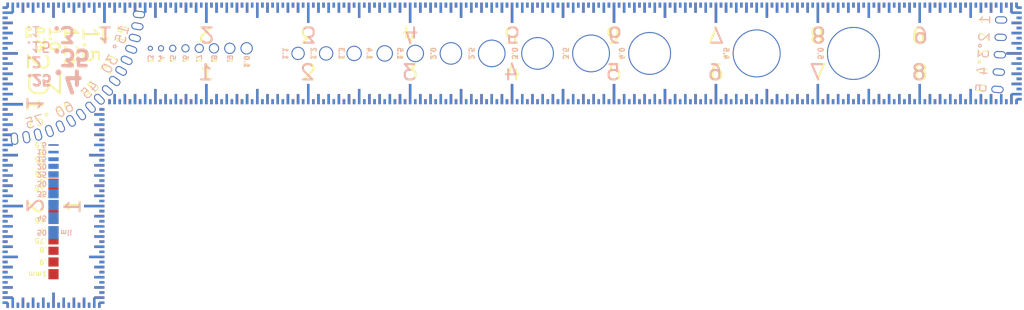
<source format=kicad_pcb>
(kicad_pcb (version 20221018) (generator pcbnew)
  (layers (0 "F.Cu" signal) (31 "B.Cu" signal) (34 "B.Paste" user) (35 "F.Paste" user) (36 "B.SilkS" user "B.Silkscreen") (37 "F.SilkS" user "F.Silkscreen") (38 "B.Mask" user) (39 "F.Mask" user) (44 "Edge.Cuts" user))
  (net 0 "")
  (footprint "Library:9.5mm" (layer "F.Cu") (at 50 60 90)
    (fp_text reference "Ref**" hide)
    (fp_text value "Val**" hide)
  )
  (footprint "Library:protractor_1deg" (layer "F.Cu") (at 50 50)
    (fp_text reference "REF**" hide)
    (fp_text value "protractor" hide)
  )
  (footprint "Library:protractor_5deg" (layer "F.Cu") (at 50 50)
    (fp_text reference "REF**" hide)
    (fp_text value "protractor" hide)
  )
  (footprint "Library:1cm" (layer "F.Cu") (at 100 60 180)
    (fp_text reference "Ref**" hide)
    (fp_text value "Val**" hide)
  )
  (footprint "Library:9.5mm" (layer "F.Cu") (at 60 80 180)
    (fp_text reference "Ref**" hide)
    (fp_text value "Val**" hide)
  )
  (footprint "Library:1cm" (layer "F.Cu") (at 130 60 180)
    (fp_text reference "Ref**" hide)
    (fp_text value "Val**" hide)
  )
  (footprint "Library:1cm" (layer "F.Cu") (at 90 60 180)
    (fp_text reference "Ref**" hide)
    (fp_text value "Val**" hide)
  )
  (footprint "Library:1cm" (layer "F.Cu") (at 50 80 90)
    (fp_text reference "Ref**" hide)
    (fp_text value "Val**" hide)
  )
  (footprint "Library:9.5mm" (layer "F.Cu") (at 150 50 -90)
    (fp_text reference "Ref**" hide)
    (fp_text value "Val**" hide)
  )
  (footprint "Library:1cm" (layer "F.Cu") (at 60 50)
    (fp_text reference "Ref**" hide)
    (fp_text value "Val**" hide)
  )
  (footprint "Library:1cm" (layer "F.Cu") (at 150 60 180)
    (fp_text reference "Ref**" hide)
    (fp_text value "Val**" hide)
  )
  (footprint "Library:1cm" (layer "F.Cu") (at 140 60 180)
    (fp_text reference "Ref**" hide)
    (fp_text value "Val**" hide)
  )
  (footprint "Library:1cm" (layer "F.Cu") (at 110 60 180)
    (fp_text reference "Ref**" hide)
    (fp_text value "Val**" hide)
  )
  (footprint "Library:1cm" (layer "F.Cu") (at 110 50)
    (fp_text reference "Ref**" hide)
    (fp_text value "Val**" hide)
  )
  (footprint "Library:hole_gauge_0.3_1.0mm" (layer "F.Cu") (at 64.5 54.5)
    (fp_text reference "REF**" hide)
    (fp_text value "hole_gauge" hide)
  )
  (footprint "Library:1cm" (layer "F.Cu") (at 80 50)
    (fp_text reference "Ref**" hide)
    (fp_text value "Val**" hide)
  )
  (footprint "Library:1cm" (layer "F.Cu") (at 120 60 180)
    (fp_text reference "Ref**" hide)
    (fp_text value "Val**" hide)
  )
  (footprint "Library:1cm" (layer "F.Cu") (at 50 70 90)
    (fp_text reference "Ref**" hide)
    (fp_text value "Val**" hide)
  )
  (footprint "Library:1cm" (layer "F.Cu") (at 90 50)
    (fp_text reference "Ref**" hide)
    (fp_text value "Val**" hide)
  )
  (footprint "Library:1cm" (layer "F.Cu") (at 130 50)
    (fp_text reference "Ref**" hide)
    (fp_text value "Val**" hide)
  )
  (footprint "Library:1cm" (layer "F.Cu") (at 120 50)
    (fp_text reference "Ref**" hide)
    (fp_text value "Val**" hide)
  )
  (footprint "Library:9.5mm" (layer "F.Cu") (at 70 60 180)
    (fp_text reference "Ref**" hide)
    (fp_text value "Val**" hide)
  )
  (footprint "Library:1cm" (layer "F.Cu") (at 60 60 -90)
    (fp_text reference "Ref**" hide)
    (fp_text value "Val**" hide)
  )
  (footprint "Library:1cm" (layer "F.Cu") (at 70 50)
    (fp_text reference "Ref**" hide)
    (fp_text value "Val**" hide)
  )
  (footprint "Library:9.5mm" (layer "F.Cu") (at 140 50)
    (fp_text reference "Ref**" hide)
    (fp_text value "Val**" hide)
  )
  (footprint "Library:trace_gauge_0.15_1mm" (layer "F.Cu") (at 55 64 180)
    (fp_text reference "REF**" hide)
    (fp_text value "trace_gauge_0.15_1mm" hide)
  )
  (footprint "Library:1cm" (layer "F.Cu") (at 80 60 180)
    (fp_text reference "Ref**" hide)
    (fp_text value "Val**" hide)
  )
  (footprint "Library:9.5mm" (layer "F.Cu") (at 60 70 -90)
    (fp_text reference "Ref**" hide)
    (fp_text value "Val**" hide)
  )
  (footprint "Library:hole_gauge_1.1_5.0mm" (layer "F.Cu") (at 79 55)
    (fp_text reference "REF**" hide)
    (fp_text value "hole_gauge_1.1_5.0mm" hide)
  )
  (footprint "Library:1cm" (layer "F.Cu") (at 100 50)
    (fp_text reference "Ref**" hide)
    (fp_text value "Val**" hide)
  )
  (footprint "Library:1cm" (layer "F.Cu") (at 50 50)
    (fp_text reference "Ref**" hide)
    (fp_text value "Val**" hide)
  )
  (footprint "Library:1cm" (layer "B.Cu") (at 80 60)
    (fp_text reference "Ref**" hide)
    (fp_text value "Val**" hide)
  )
  (footprint "Library:trace_gauge_15_50mil" (layer "B.Cu") (at 55 64)
    (fp_text reference "REF**" hide)
    (fp_text value "trace_gauge_15_50mil" hide)
  )
  (footprint "Library:1cm" (layer "B.Cu") (at 90 60)
    (fp_text reference "Ref**" hide)
    (fp_text value "Val**" hide)
  )
  (footprint "Library:1cm" (layer "B.Cu") (at 70 50 180)
    (fp_text reference "Ref**" hide)
    (fp_text value "Val**" hide)
  )
  (footprint "Library:1cm" (layer "B.Cu") (at 110 50 180)
    (fp_text reference "Ref**" hide)
    (fp_text value "Val**" hide)
  )
  (footprint "Library:9.5mm" (layer "B.Cu") (at 50 70 -90)
    (fp_text reference "Ref**" hide)
    (fp_text value "Val**" hide)
  )
  (footprint "Library:1cm" (layer "B.Cu") (at 100 60)
    (fp_text reference "Ref**" hide)
    (fp_text value "Val**" hide)
  )
  (footprint "Library:1cm" (layer "B.Cu") (at 90 50 180)
    (fp_text reference "Ref**" hide)
    (fp_text value "Val**" hide)
  )
  (footprint "Library:9.5mm" (layer "B.Cu") (at 150 60 90)
    (fp_text reference "Ref**" hide)
    (fp_text value "Val**" hide)
  )
  (footprint "Library:1cm" (layer "B.Cu") (at 150 50 180)
    (fp_text reference "Ref**" hide)
    (fp_text value "Val**" hide)
  )
  (footprint "Library:1cm" (layer "B.Cu") (at 50 60 -90)
    (fp_text reference "Ref**" hide)
    (fp_text value "Val**" hide)
  )
  (footprint "Library:9.5mm" (layer "B.Cu") (at 50 80)
    (fp_text reference "Ref**" hide)
    (fp_text value "Val**" hide)
  )
  (footprint "Library:9.5mm" (layer "B.Cu") (at 140 60)
    (fp_text reference "Ref**" hide)
    (fp_text value "Val**" hide)
  )
  (footprint "Library:1cm" (layer "B.Cu") (at 120 50 180)
    (fp_text reference "Ref**" hide)
    (fp_text value "Val**" hide)
  )
  (footprint "Library:1cm" (layer "B.Cu") (at 70 60)
    (fp_text reference "Ref**" hide)
    (fp_text value "Val**" hide)
  )
  (footprint "Library:1cm" (layer "B.Cu") (at 120 60)
    (fp_text reference "Ref**" hide)
    (fp_text value "Val**" hide)
  )
  (footprint "Library:9.5mm" (layer "B.Cu") (at 60 70 90)
    (fp_text reference "Ref**" hide)
    (fp_text value "Val**" hide)
  )
  (footprint "Library:1cm" (layer "B.Cu") (at 50 50 -90)
    (fp_text reference "Ref**" hide)
    (fp_text value "Val**" hide)
  )
  (footprint "Library:1cm" (layer "B.Cu") (at 140 50 180)
    (fp_text reference "Ref**" hide)
    (fp_text value "Val**" hide)
  )
  (footprint "Library:1cm" (layer "B.Cu") (at 80 50 180)
    (fp_text reference "Ref**" hide)
    (fp_text value "Val**" hide)
  )
  (footprint "Library:1cm" (layer "B.Cu") (at 60 60)
    (fp_text reference "Ref**" hide)
    (fp_text value "Val**" hide)
  )
  (footprint "Library:1cm" (layer "B.Cu") (at 110 60)
    (fp_text reference "Ref**" hide)
    (fp_text value "Val**" hide)
  )
  (footprint "Library:1cm" (layer "B.Cu") (at 130 60)
    (fp_text reference "Ref**" hide)
    (fp_text value "Val**" hide)
  )
  (footprint "Library:1cm" (layer "B.Cu") (at 130 50 180)
    (fp_text reference "Ref**" hide)
    (fp_text value "Val**" hide)
  )
  (footprint "Library:1cm" (layer "B.Cu") (at 100 50 180)
    (fp_text reference "Ref**" hide)
    (fp_text value "Val**" hide)
  )
  (footprint "Library:1cm" (layer "B.Cu") (at 60 80 90)
    (fp_text reference "Ref**" hide)
    (fp_text value "Val**" hide)
  )
  (footprint "Library:9.5mm" (layer "B.Cu") (at 60 50 180)
    (fp_text reference "Ref**" hide)
    (fp_text value "Val**" hide)
  )
  (gr_line (start 50 80) (end 50 50) (stroke (width 0.001)) (layer "Edge.Cuts"))
  (gr_line (start 60 60) (end 60 80) (stroke (width 0.001)) (layer "Edge.Cuts"))
  (gr_line (start 150 50) (end 150 60) (stroke (width 0.001)) (layer "Edge.Cuts"))
  (gr_line (start 150 60) (end 60 60) (stroke (width 0.001)) (layer "Edge.Cuts"))
  (gr_line (start 60 80) (end 50 80) (stroke (width 0.001)) (layer "Edge.Cuts"))
  (gr_line (start 50 50) (end 150 50) (stroke (width 0.001)) (layer "Edge.Cuts"))
  (gr_text ".25" (at 52.25 57 180) (layer "B.SilkS") (effects (font (size 1 1) (thickness 0.25) bold) (justify left bottom mirror)))
  (gr_text ".15" (at 52.25 53.75 180) (layer "B.SilkS") (effects (font (size 1 1)) (justify left bottom mirror)))
  (gr_text ".2" (at 52.25 55.25 180) (layer "B.SilkS") (effects (font (size 1 1) (thickness 0.2) bold) (justify left bottom mirror)))
  (gr_text ".35" (at 54.75 54.5 180) (layer "B.SilkS") (effects (font (size 1.5 1.5) (thickness 0.35) bold) (justify left bottom mirror)))
  (gr_text ".1" (at 52.25 52.25 180) (layer "B.SilkS") (effects (font (size 1 1) (thickness 0.1)) (justify left bottom mirror)))
  (gr_text ".4" (at 54.75 56.5 180) (layer "B.SilkS") (effects (font (size 2 2) (thickness 0.4) bold) (justify left bottom mirror)))
  (gr_text ".3" (at 54.75 52.25 180) (layer "B.SilkS") (effects (font (size 1.5 1.5) (thickness 0.3) bold) (justify left bottom mirror)))
  (gr_text "3" (at 52.25 56.5 270) (layer "F.SilkS") (effects (font (size 3 3) (thickness 0.2) bold) (justify left bottom)))
  (gr_text "0.75\n" (at 53.25 52.25 270) (layer "F.SilkS") (effects (font (size 0.75 0.75) (thickness 0.1875) bold) (justify left bottom)))
  (gr_text "1.5" (at 57.75 52.25 270) (layer "F.SilkS") (effects (font (size 1.5 1.5) (thickness 0.2) bold) (justify left bottom)))
  (gr_text "0.5	" (at 52.25 52.25 -90) (layer "F.SilkS") (effects (font (size 0.5 0.5) (thickness 0.125) bold) (justify left bottom)))
  (gr_text "1.25" (at 56 52.25 270) (layer "F.SilkS") (effects (font (size 1.25 1.25) (thickness 0.2) bold) (justify left bottom)))
  (gr_text "2" (at 52.25 54.75 270) (layer "F.SilkS") (effects (font (size 2 2) (thickness 0.2) bold) (justify left bottom)))
  (gr_text "1.0	" (at 54.5 52.25 270) (layer "F.SilkS") (effects (font (size 1 1) (thickness 0.2) bold) (justify left bottom)))
)
</source>
